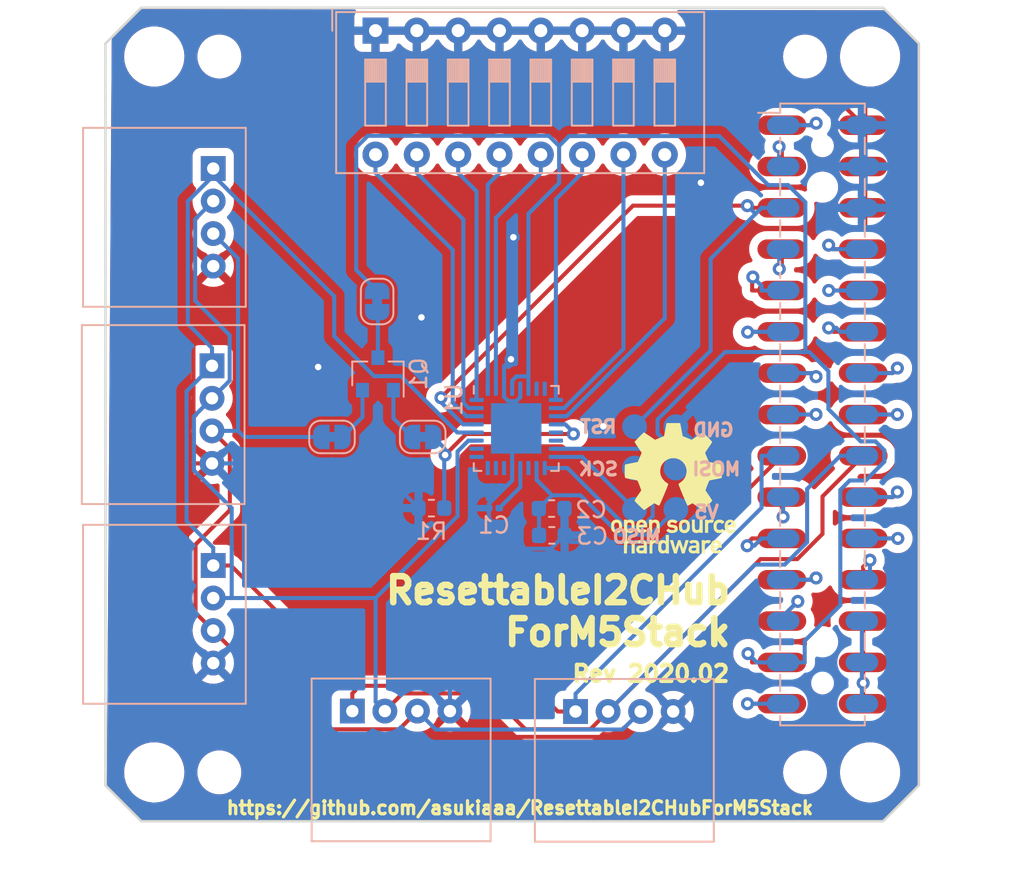
<source format=kicad_pcb>
(kicad_pcb (version 20221018) (generator pcbnew)
  (layers (0 "F.Cu" signal) (31 "B.Cu" signal) (34 "B.Paste" user) (35 "F.Paste" user) (36 "B.SilkS" user "B.Silkscreen") (37 "F.SilkS" user "F.Silkscreen") (38 "B.Mask" user) (39 "F.Mask" user) (44 "Edge.Cuts" user))
  (net 0 "")
  (net 1 "GND")
  (net 2 "+BATT")
  (net 3 "+5V")
  (net 4 "+3V3")
  (net 5 "Net-(C1-Pad2)")
  (net 6 "/CONTROLLED_V5")
  (net 7 "/21_SDA")
  (net 8 "/22_SCL")
  (net 9 "/MISO")
  (net 10 "/SCK")
  (net 11 "/MOSI")
  (net 12 "/RST")
  (net 13 "/HPWR")
  (net 14 "/15")
  (net 15 "/12")
  (net 16 "/2")
  (net 17 "/16")
  (net 18 "/3")
  (net 19 "/18")
  (net 20 "/19")
  (net 21 "/23")
  (net 22 "/34")
  (net 23 "/0")
  (net 24 "/13")
  (net 25 "/5")
  (net 26 "/17")
  (net 27 "/1")
  (net 28 "/26")
  (net 29 "/25")
  (net 30 "/36")
  (net 31 "/35")
  (net 32 "/P_MOSFET_GATE")
  (net 33 "Net-(JP1-Pad2)")
  (net 34 "Net-(JP2-Pad1)")
  (net 35 "Net-(JP3-Pad2)")
  (net 36 "/DIP8")
  (net 37 "/DIP7")
  (net 38 "/DIP6")
  (net 39 "/DIP5")
  (net 40 "/DIP4")
  (net 41 "/DIP3")
  (net 42 "/DIP2")
  (net 43 "/DIP1")
  (net 44 "Net-(U1-Pad26)")
  (net 45 "Net-(U1-Pad25)")
  (net 46 "Net-(U1-Pad24)")
  (net 47 "Net-(U1-Pad23)")
  (net 48 "Net-(U1-Pad22)")
  (net 49 "Net-(U1-Pad19)")
  (net 50 "Net-(U1-Pad14)")
  (net 51 "Net-(U1-Pad13)")
  (net 52 "Net-(U1-Pad8)")
  (net 53 "Net-(U1-Pad7)")
  (footprint "MountingHole:MountingHole_3.2mm_M3" (layer "F.Cu") (at 103 53)
    (fp_text reference "REF1" hide)
    (fp_text value "MountingHole_3.2mm_M3")
  )
  (footprint "MountingHole:MountingHole_3.2mm_M3" (layer "F.Cu") (at 103 97)
    (fp_text reference "REF6" hide)
    (fp_text value "MountingHole_3.2mm_M3")
  )
  (footprint "MountingHole:MountingHole_3.2mm_M3" (layer "F.Cu") (at 147 97)
    (fp_text reference "REF9" hide)
    (fp_text value "MountingHole_3.2mm_M3")
  )
  (footprint "MountingHole:MountingHole_2.2mm_M2" (layer "F.Cu") (at 107 53)
    (fp_text reference "REF2" hide)
    (fp_text value "MountingHole_2.2mm_M2")
  )
  (footprint "MountingHole:MountingHole_3.2mm_M3" (layer "F.Cu") (at 147 53)
    (fp_text reference "REF4" hide)
    (fp_text value "MountingHole_3.2mm_M3")
  )
  (footprint "MountingHole:MountingHole_2.2mm_M2" (layer "F.Cu") (at 143 53)
    (fp_text reference "REF3" hide)
    (fp_text value "MountingHole_2.2mm_M2")
  )
  (footprint "MountingHole:MountingHole_2.2mm_M2" (layer "F.Cu") (at 107 97)
    (fp_text reference "REF7" hide)
    (fp_text value "MountingHole_2.2mm_M2")
  )
  (footprint "MountingHole:MountingHole_2.2mm_M2" (layer "F.Cu") (at 143 97)
    (fp_text reference "REF8" hide)
    (fp_text value "MountingHole_2.2mm_M2")
  )
  (footprint "Symbol:OSHW-Logo_7.5x8mm_SilkScreen" (layer "F.Cu") (at 134.8988 79.5332)
    (fp_text reference "REF**" hide)
    (fp_text value "OSHW-Logo_7.5x8mm_SilkScreen" hide)
  )
  (footprint "footprints:PinHeader_2x15_P2.54mm_M5Stack" (layer "F.Cu") (at 144.074 75)
    (fp_text reference "J3" hide)
    (fp_text value "Header")
  )
  (footprint "footprints:PinSocket_2x15_P2.54mm_Vertical_SMD_just_for_M5Stack_bottom" (layer "B.Cu") (at 144.074 75 180)
    (fp_text reference "J4" hide)
    (fp_text value "Socket")
  )
  (footprint "Capacitor_SMD:C_0201_0603Metric" (layer "B.Cu") (at 123.886 80.7582)
    (fp_text reference "C1")
    (fp_text value "0.1uf")
  )
  (footprint "Capacitor_SMD:C_0603_1608Metric" (layer "B.Cu") (at 127.424 80.7832)
    (fp_text reference "C2")
    (fp_text value "0.1uf")
  )
  (footprint "Capacitor_SMD:C_0603_1608Metric" (layer "B.Cu") (at 127.436 82.4332)
    (fp_text reference "C3")
    (fp_text value "1uf")
  )
  (footprint "footprints:NS-Tech_Grove_1x04_P2mm_Horizontal" (layer "B.Cu") (at 106.624 62.8832 180)
    (fp_text reference "J1" hide)
    (fp_text value "Conn_01x04")
  )
  (footprint "footprints:2x03_P2.54mm_Pads" (layer "B.Cu") (at 133.794 78.2932)
    (fp_text reference "J2" hide)
    (fp_text value "Conn_01x06")
  )
  (footprint "Jumper:SolderJumper-2_P1.3mm_Bridged_RoundedPad1.0x1.5mm" (layer "B.Cu") (at 119.499 76.3832 180)
    (fp_text reference "JP1" hide)
    (fp_text value "NC")
  )
  (footprint "Jumper:SolderJumper-2_P1.3mm_Bridged_RoundedPad1.0x1.5mm" (layer "B.Cu") (at 116.699 68.0582 90)
    (fp_text reference "JP2" hide)
    (fp_text value "NC")
  )
  (footprint "Jumper:SolderJumper-2_P1.3mm_Bridged_RoundedPad1.0x1.5mm" (layer "B.Cu") (at 113.924 76.3832)
    (fp_text reference "JP3" hide)
    (fp_text value "NC")
  )
  (footprint "Resistor_SMD:R_0603_1608Metric" (layer "B.Cu") (at 120.036 80.7582)
    (fp_text reference "R1")
    (fp_text value "10k")
  )
  (footprint "Button_Switch_THT:SW_DIP_SPSTx08_Slide_9.78x22.5mm_W7.62mm_P2.54mm" (layer "B.Cu") (at 116.599 51.4082 -90)
    (fp_text reference "SW1" hide)
    (fp_text value "SW_DIP_x08")
  )
  (footprint "Package_DFN_QFN:QFN-32-1EP_5x5mm_P0.5mm_EP3.1x3.1mm" (layer "B.Cu") (at 125.249 75.8582 -90)
    (fp_text reference "U1")
    (fp_text value "ATmega328P-MU")
  )
  (footprint "footprints:NS-Tech_Grove_1x04_P2mm_Horizontal" (layer "B.Cu") (at 118.174 93.2332 -90)
    (fp_text reference "J5" hide)
    (fp_text value "Conn_01x04")
  )
  (footprint "footprints:NS-Tech_Grove_1x04_P2mm_Horizontal" (layer "B.Cu") (at 131.894 93.2582 -90)
    (fp_text reference "J6" hide)
    (fp_text value "Conn_01x04")
  )
  (footprint "footprints:NS-Tech_Grove_1x04_P2mm_Horizontal" (layer "B.Cu") (at 106.624 87.2832 180)
    (fp_text reference "J7" hide)
    (fp_text value "Conn_01x04")
  )
  (footprint "footprints:NS-Tech_Grove_1x04_P2mm_Horizontal" (layer "B.Cu") (at 106.549 75.0082 180)
    (fp_text reference "J8" hide)
    (fp_text value "Conn_01x04")
  )
  (footprint "Package_TO_SOT_SMD:SOT-23" (layer "B.Cu") (at 116.749 72.5082 90)
    (fp_text reference "Q1")
    (fp_text value "Q_PMOS_GSD")
  )
  (gr_line (start 150 52.2) (end 150 97.8) (stroke (width 0.15)) (layer "Edge.Cuts"))
  (gr_line (start 102.2 100) (end 100 97.8) (stroke (width 0.15)) (layer "Edge.Cuts"))
  (gr_line (start 102.2 50) (end 100 52.2) (stroke (width 0.15)) (layer "Edge.Cuts"))
  (gr_line (start 102.2 50) (end 147.8 50) (stroke (width 0.15)) (layer "Edge.Cuts"))
  (gr_line (start 100 97.8) (end 100 52.2) (stroke (width 0.15)) (layer "Edge.Cuts"))
  (gr_line (start 150 97.8) (end 147.8 100) (stroke (width 0.15)) (layer "Edge.Cuts"))
  (gr_line (start 147.8 100) (end 102.2 100) (stroke (width 0.15)) (layer "Edge.Cuts"))
  (gr_line (start 147.8 50) (end 150 52.2) (stroke (width 0.15)) (layer "Edge.Cuts"))
  (gr_text "MISO" (at 132.6488 82.5082) (layer "B.SilkS") (effects (font (size 0.8 0.8) (thickness 0.2)) (justify mirror)))
  (gr_text "GND" (at 137.3738 75.9582) (layer "B.SilkS") (effects (font (size 0.8 0.8) (thickness 0.2)) (justify mirror)))
  (gr_text "MOSI" (at 137.5488 78.3582) (layer "B.SilkS") (effects (font (size 0.8 0.8) (thickness 0.2)) (justify mirror)))
  (gr_text "V5" (at 136.9488 81.0082) (layer "B.SilkS") (effects (font (size 0.8 0.8) (thickness 0.2)) (justify mirror)))
  (gr_text "RST" (at 130.2988 75.7582) (layer "B.SilkS") (effects (font (size 0.8 0.8) (thickness 0.2)) (justify mirror)))
  (gr_text "SCK" (at 130.2988 78.3582) (layer "B.SilkS") (effects (font (size 0.8 0.8) (thickness 0.2)) (justify mirror)))
  (gr_text "ResettableI2CHub\nForM5Stack" (at 138.5988 87.1082) (layer "F.SilkS") (effects (font (size 1.6 1.6) (thickness 0.4)) (justify right)))
  (gr_text "https://github.com/asukiaaa/ResettableI2CHubForM5Stack" (at 125.4738 99.1832) (layer "F.SilkS") (effects (font (size 0.8 0.8) (thickness 0.2))))
  (gr_text "Rev 2020.02" (at 133.5238 90.9332) (layer "F.SilkS") (effects (font (size 1 1) (thickness 0.25))))
  (segment (start 146.574 57.22) (end 146.574 59.76) (width 0.25) (layer "F.Cu") (net 1))
  (segment (start 125.0738 64.1082) (end 128.4238 60.7582) (width 0.25) (layer "F.Cu") (net 1))
  (segment (start 116.3738 72.0832) (end 119.4238 69.0332) (width 0.25) (layer "F.Cu") (net 1))
  (segment (start 105.4091 67.0981) (end 106.624 65.8832) (width 0.25) (layer "F.Cu") (net 1))
  (segment (start 116.599 51.4082) (end 116.599 55.9082) (width 0.25) (layer "F.Cu") (net 1))
  (segment (start 106.549 78.0082) (end 105.4091 78.0082) (width 0.25) (layer "F.Cu") (net 1))
  (segment (start 111.1429 94.8021) (end 119.6051 94.8021) (width 0.25) (layer "F.Cu") (net 1))
  (segment (start 105.4091 78.0082) (end 105.0165 78.4008) (width 0.25) (layer "F.Cu") (net 1))
  (segment (start 118.9988 75.8582) (end 120.8988 75.8582) (width 0.25) (layer "F.Cu") (net 1))
  (segment (start 105.0165 78.4008) (end 105.0165 88.6757) (width 0.25) (layer "F.Cu") (net 1))
  (segment (start 112.824 72.0832) (end 113.0738 72.0832) (width 0.25) (layer "F.Cu") (net 1))
  (segment (start 129.299 51.4082) (end 131.839 51.4082) (width 0.25) (layer "F.Cu") (net 1))
  (segment (start 131.839 51.4082) (end 134.379 51.4082) (width 0.25) (layer "F.Cu") (net 1))
  (segment (start 106.624 65.8832) (end 112.824 72.0832) (width 0.25) (layer "F.Cu") (net 1))
  (segment (start 135.5043 51.4082) (end 139.7637 55.6676) (width 0.25) (layer "F.Cu") (net 1))
  (segment (start 115.623799 72.483199) (end 118.9988 75.8582) (width 0.25) (layer "F.Cu") (net 1))
  (segment (start 113.473799 72.483199) (end 115.623799 72.483199) (width 0.25) (layer "F.Cu") (net 1))
  (segment (start 139.7637 55.6676) (end 145.0216 55.6676) (width 0.25) (layer "F.Cu") (net 1))
  (segment (start 126.759 51.4082) (end 124.219 51.4082) (width 0.25) (layer "F.Cu") (net 1))
  (segment (start 116.599 51.4082) (end 119.139 51.4082) (width 0.25) (layer "F.Cu") (net 1))
  (segment (start 121.679 51.4082) (end 124.219 51.4082) (width 0.25) (layer "F.Cu") (net 1))
  (segment (start 129.299 51.4082) (end 126.759 51.4082) (width 0.25) (layer "F.Cu") (net 1))
  (segment (start 145.0216 55.6676) (end 146.574 57.22) (width 0.25) (layer "F.Cu") (net 1))
  (segment (start 116.599 55.9082) (end 106.624 65.8832) (width 0.25) (layer "F.Cu") (net 1))
  (segment (start 121.2805 75.4765) (end 125.249 75.4765) (width 0.25) (layer "F.Cu") (net 1))
  (segment (start 122.7598 94.819) (end 133.3332 94.819) (width 0.25) (layer "F.Cu") (net 1))
  (segment (start 126.4738 71.6082) (end 130.5988 75.7332) (width 0.25) (layer "F.Cu") (net 1))
  (segment (start 133.3332 94.819) (end 134.894 93.2582) (width 0.25) (layer "F.Cu") (net 1))
  (segment (start 113.0738 72.0832) (end 116.3738 72.0832) (width 0.25) (layer "F.Cu") (net 1))
  (segment (start 134.379 51.4082) (end 135.5043 51.4082) (width 0.25) (layer "F.Cu") (net 1))
  (segment (start 128.4238 60.7582) (end 136.5988 60.7582) (width 0.25) (layer "F.Cu") (net 1))
  (segment (start 119.139 51.4082) (end 121.679 51.4082) (width 0.25) (layer "F.Cu") (net 1))
  (segment (start 121.174 93.2332) (end 122.7598 94.819) (width 0.25) (layer "F.Cu") (net 1))
  (segment (start 146.574 59.76) (end 146.574 62.3) (width 0.25) (layer "F.Cu") (net 1))
  (segment (start 119.6051 94.8021) (end 121.174 93.2332) (width 0.25) (layer "F.Cu") (net 1))
  (segment (start 124.9238 71.6082) (end 126.4738 71.6082) (width 0.25) (layer "F.Cu") (net 1))
  (segment (start 105.4091 78.0082) (end 105.4091 67.0981) (width 0.25) (layer "F.Cu") (net 1))
  (segment (start 113.0738 72.0832) (end 113.473799 72.483199) (width 0.25) (layer "F.Cu") (net 1))
  (segment (start 120.8988 75.8582) (end 121.2805 75.4765) (width 0.25) (layer "F.Cu") (net 1))
  (segment (start 106.624 90.2832) (end 111.1429 94.8021) (width 0.25) (layer "F.Cu") (net 1))
  (segment (start 105.0165 88.6757) (end 106.624 90.2832) (width 0.25) (layer "F.Cu") (net 1))
  (via (at 130.5988 75.7332) (size 0.8) (drill 0.4) (layers "F.Cu" "B.Cu") (net 1))
  (via (at 124.9238 71.6082) (size 0.8) (drill 0.4) (layers "F.Cu" "B.Cu") (net 1))
  (via (at 125.0738 64.1082) (size 0.8) (drill 0.4) (layers "F.Cu" "B.Cu") (net 1))
  (via (at 113.0738 72.0832) (size 0.8) (drill 0.4) (layers "F.Cu" "B.Cu") (net 1))
  (via (at 119.4238 69.0332) (size 0.8) (drill 0.4) (layers "F.Cu" "B.Cu") (net 1))
  (via (at 136.5988 60.7582) (size 0.8) (drill 0.4) (layers "F.Cu" "B.Cu") (net 1))
  (segment (start 125.249 74.1838) (end 125.499 73.9338) (width 0.25) (layer "B.Cu") (net 1))
  (segment (start 124.9238 71.6082) (end 124.9238 64.2582) (width 0.25) (layer "B.Cu") (net 1))
  (segment (start 124.999 78.2957) (end 124.999 76.1082) (width 0.25) (layer "B.Cu") (net 1))
  (segment (start 123.566 80.4881) (end 124.999 79.0551) (width 0.25) (layer "B.Cu") (net 1))
  (segment (start 136.6237 77.3129) (end 135.064 75.7532) (width 0.25) (layer "B.Cu") (net 1))
  (segment (start 124.499 72.033) (end 124.9238 71.6082) (width 0.25) (layer "B.Cu") (net 1))
  (segment (start 106.549 78.0082) (end 116.4985 78.0082) (width 0.25) (layer "B.Cu") (net 1))
  (segment (start 145.1687 57.22) (end 139.3569 51.4082) (width 0.25) (layer "B.Cu") (net 1))
  (segment (start 128.2235 82.4332) (end 128.6327 82.8424) (width 0.25) (layer "B.Cu") (net 1))
  (segment (start 124.6275 83.2513) (end 123.566 82.1898) (width 0.25) (layer "B.Cu") (net 1))
  (segment (start 124.999 76.1082) (end 125.249 75.8582) (width 0.25) (layer "B.Cu") (net 1))
  (segment (start 124.499 73.9119) (end 124.7709 74.1838) (width 0.25) (layer "B.Cu") (net 1))
  (segment (start 125.499 73.9338) (end 125.499 73.4207) (width 0.25) (layer "B.Cu") (net 1))
  (segment (start 146.494 59.76) (end 146.494 57.22) (width 0.25) (layer "B.Cu") (net 1))
  (segment (start 123.566 80.7582) (end 123.566 80.4881) (width 0.25) (layer "B.Cu") (net 1))
  (segment (start 136.6237 80.8471) (end 136.6237 77.3129) (width 0.25) (layer "B.Cu") (net 1))
  (segment (start 146.494 59.76) (end 146.494 62.3) (width 0.25) (layer "B.Cu") (net 1))
  (segment (start 124.9238 64.2582) (end 125.0738 64.1082) (width 0.25) (layer "B.Cu") (net 1))
  (segment (start 128.2115 80.7832) (end 128.2115 82.4212) (width 0.25) (layer "B.Cu") (net 1))
  (segment (start 125.249 75.8582) (end 125.249 74.1838) (width 0.25) (layer "B.Cu") (net 1))
  (segment (start 128.2115 82.4212) (end 128.2235 82.4332) (width 0.25) (layer "B.Cu") (net 1))
  (segment (start 124.499 73.4207) (end 124.499 72.033) (width 0.25) (layer "B.Cu") (net 1))
  (segment (start 146.594 59.76) (end 146.494 59.76) (width 0.25) (layer "B.Cu") (net 1))
  (segment (start 121.174 93.2332) (end 121.174 86.7048) (width 0.25) (layer "B.Cu") (net 1))
  (segment (start 139.3569 51.4082) (end 134.379 51.4082) (width 0.25) (layer "B.Cu") (net 1))
  (segment (start 124.7709 74.1838) (end 125.249 74.1838) (width 0.25) (layer "B.Cu") (net 1))
  (segment (start 134.6284 82.8424) (end 136.6237 80.8471) (width 0.25) (layer "B.Cu") (net 1))
  (segment (start 124.999 79.0551) (end 124.999 78.2957) (width 0.25) (layer "B.Cu") (net 1))
  (segment (start 124.499 73.4207) (end 124.499 73.9119) (width 0.25) (layer "B.Cu") (net 1))
  (segment (start 123.566 82.1898) (end 123.566 80.7582) (width 0.25) (layer "B.Cu") (net 1))
  (segment (start 121.174 86.7048) (end 124.6275 83.2513) (width 0.25) (layer "B.Cu") (net 1))
  (segment (start 116.4985 78.0082) (end 119.2485 80.7582) (width 0.25) (layer "B.Cu") (net 1))
  (segment (start 146.494 57.22) (end 145.1687 57.22) (width 0.25) (layer "B.Cu") (net 1))
  (segment (start 128.2115 82.4212) (end 127.3814 83.2513) (width 0.25) (layer "B.Cu") (net 1))
  (segment (start 128.6327 82.8424) (end 134.6284 82.8424) (width 0.25) (layer "B.Cu") (net 1))
  (segment (start 127.3814 83.2513) (end 124.6275 83.2513) (width 0.25) (layer "B.Cu") (net 1))
  (segment (start 141.574 92.78) (end 139.7487 92.78) (width 0.25) (layer "F.Cu") (net 2))
  (segment (start 139.7487 92.78) (end 139.4635 92.78) (width 0.25) (layer "F.Cu") (net 2))
  (via (at 139.4635 92.78) (size 0.8) (drill 0.4) (layers "F.Cu" "B.Cu") (net 2))
  (segment (start 141.654 92.78) (end 139.4635 92.78) (width 0.25) (layer "B.Cu") (net 2))
  (segment (start 141.574 90.24) (end 139.7487 90.24) (width 0.25) (layer "F.Cu") (net 3))
  (segment (start 139.4935 89.7003) (end 139.7487 89.9555) (width 0.25) (layer "F.Cu") (net 3))
  (segment (start 139.7487 89.9555) (end 139.7487 90.24) (width 0.25) (layer "F.Cu") (net 3))
  (via (at 139.4935 89.7003) (size 0.8) (drill 0.4) (layers "F.Cu" "B.Cu") (net 3))
  (segment (start 141.654 90.24) (end 142.9793 90.24) (width 0.25) (layer "B.Cu") (net 3))
  (segment (start 134.7962 77.0232) (end 135.3516 77.0232) (width 0.25) (layer "B.Cu") (net 3))
  (segment (start 140.7402 60.9024) (end 137.7264 57.8886) (width 0.25) (layer "B.Cu") (net 3))
  (segment (start 125.2709 72.6576) (end 125.999 72.6576) (width 0.25) (layer "B.Cu") (net 3))
  (segment (start 126.499 79.0171) (end 126.499 78.2957) (width 0.25) (layer "B.Cu") (net 3))
  (segment (start 136.1734 77.845) (end 136.1734 79.7238) (width 0.25) (layer "B.Cu") (net 3))
  (segment (start 137.7264 57.8886) (end 128.4956 57.8886) (width 0.25) (layer "B.Cu") (net 3))
  (segment (start 146.4261 76.6564) (end 144.4353 74.6656) (width 0.25) (layer "B.Cu") (net 3))
  (segment (start 143.0192 71.1608) (end 138.0864 71.1608) (width 0.25) (layer "B.Cu") (net 3))
  (segment (start 145.7512 79.0571) (end 146.7221 79.0571) (width 0.25) (layer "B.Cu") (net 3))
  (segment (start 133.9347 76.1617) (end 134.7962 77.0232) (width 0.25) (layer "B.Cu") (net 3))
  (segment (start 141.654 90.24) (end 140.0332 90.24) (width 0.25) (layer "B.Cu") (net 3))
  (segment (start 129.2009 79.9689) (end 131.6241 82.3921) (width 0.25) (layer "B.Cu") (net 3))
  (segment (start 127.4508 79.9689) (end 126.6365 80.7832) (width 0.25) (layer "B.Cu") (net 3))
  (segment (start 115.4124 58.5853) (end 116.1263 57.8714) (width 0.25) (layer "B.Cu") (net 3))
  (segment (start 145.1687 86.7253) (end 145.1687 79.6396) (width 0.25) (layer "B.Cu") (net 3))
  (segment (start 127.8844 58.4998) (end 127.8844 60.7754) (width 0.25) (layer "B.Cu") (net 3))
  (segment (start 133.9347 75.3125) (end 133.9347 76.1617) (width 0.25) (layer "B.Cu") (net 3))
  (segment (start 127.4508 79.9689) (end 129.2009 79.9689) (width 0.25) (layer "B.Cu") (net 3))
  (segment (start 144.4353 72.3331) (end 143.263 71.1608) (width 0.25) (layer "B.Cu") (net 3))
  (segment (start 127.4508 79.9689) (end 126.499 79.0171) (width 0.25) (layer "B.Cu") (net 3))
  (segment (start 141.9628 60.9024) (end 140.7402 60.9024) (width 0.25) (layer "B.Cu") (net 3))
  (segment (start 115.4124 66.1216) (end 115.4124 58.5853) (width 0.25) (layer "B.Cu") (net 3))
  (segment (start 143.0192 71.1608) (end 143.0192 61.9588) (width 0.25) (layer "B.Cu") (net 3))
  (segment (start 126.6485 82.4332) (end 126.6485 80.7952) (width 0.25) (layer "B.Cu") (net 3))
  (segment (start 143.263 71.1608) (end 143.0192 71.1608) (width 0.25) (layer "B.Cu") (net 3))
  (segment (start 131.6241 82.3921) (end 133.5051 82.3921) (width 0.25) (layer "B.Cu") (net 3))
  (segment (start 146.7221 79.0571) (end 147.8734 77.9058) (width 0.25) (layer "B.Cu") (net 3))
  (segment (start 116.1263 57.8714) (end 127.256 57.8714) (width 0.25) (layer "B.Cu") (net 3))
  (segment (start 127.8844 60.7754) (end 125.999 62.6608) (width 0.25) (layer "B.Cu") (net 3))
  (segment (start 147.8734 77.9058) (end 147.8734 77.1987) (width 0.25) (layer "B.Cu") (net 3))
  (segment (start 126.6485 80.7952) (end 126.6365 80.7832) (width 0.25) (layer "B.Cu") (net 3))
  (segment (start 140.0332 90.24) (end 139.4935 89.7003) (width 0.25) (layer "B.Cu") (net 3))
  (segment (start 142.9793 90.24) (end 142.9793 88.9147) (width 0.25) (layer "B.Cu") (net 3))
  (segment (start 145.1687 79.6396) (end 145.7512 79.0571) (width 0.25) (layer "B.Cu") (net 3))
  (segment (start 136.1734 79.7238) (end 135.064 80.8332) (width 0.25) (layer "B.Cu") (net 3))
  (segment (start 116.699 67.4082) (end 115.4124 66.1216) (width 0.25) (layer "B.Cu") (net 3))
  (segment (start 124.999 72.9295) (end 125.2709 72.6576) (width 0.25) (layer "B.Cu") (net 3))
  (segment (start 147.3311 76.6564) (end 146.4261 76.6564) (width 0.25) (layer "B.Cu") (net 3))
  (segment (start 143.0192 61.9588) (end 141.9628 60.9024) (width 0.25) (layer "B.Cu") (net 3))
  (segment (start 147.8734 77.1987) (end 147.3311 76.6564) (width 0.25) (layer "B.Cu") (net 3))
  (segment (start 127.256 57.8714) (end 127.8844 58.4998) (width 0.25) (layer "B.Cu") (net 3))
  (segment (start 133.5051 82.3921) (end 135.064 80.8332) (width 0.25) (layer "B.Cu") (net 3))
  (segment (start 135.3516 77.0232) (end 136.1734 77.845) (width 0.25) (layer "B.Cu") (net 3))
  (segment (start 144.4353 74.6656) (end 144.4353 72.3331) (width 0.25) (layer "B.Cu") (net 3))
  (segment (start 142.9793 88.9147) (end 145.1687 86.7253) (width 0.25) (layer "B.Cu") (net 3))
  (segment (start 124.999 73.4207) (end 124.999 72.9295) (width 0.25) (layer "B.Cu") (net 3))
  (segment (start 125.999 62.6608) (end 125.999 72.6576) (width 0.25) (layer "B.Cu") (net 3))
  (segment (start 125.999 72.6576) (end 125.999 73.4207) (width 0.25) (layer "B.Cu") (net 3))
  (segment (start 128.4956 57.8886) (end 127.8844 58.4998) (width 0.25) (layer "B.Cu") (net 3))
  (segment (start 138.0864 71.1608) (end 133.9347 75.3125) (width 0.25) (layer "B.Cu") (net 3))
  (segment (start 139.7487 69.92) (end 139.7255 69.9432) (width 0.25) (layer "F.Cu") (net 4))
  (segment (start 141.574 69.92) (end 139.7487 69.92) (width 0.25) (layer "F.Cu") (net 4))
  (segment (start 139.7255 69.9432) (end 139.4733 69.9432) (width 0.25) (layer "F.Cu") (net 4))
  (via (at 139.4733 69.9432) (size 0.8) (drill 0.4) (layers "F.Cu" "B.Cu") (net 4))
  (segment (start 141.654 69.92) (end 139.4965 69.92) (width 0.25) (layer "B.Cu") (net 4))
  (segment (start 139.4965 69.92) (end 139.4733 69.9432) (width 0.25) (layer "B.Cu") (net 4))
  (segment (start 125.499 78.2957) (end 125.499 79.4652) (width 0.25) (layer "B.Cu") (net 5))
  (segment (start 125.499 79.4652) (end 124.206 80.7582) (width 0.25) (layer "B.Cu") (net 5))
  (segment (start 105.5366 82.9931) (end 107.6461 80.8836) (width 0.25) (layer "F.Cu") (net 6))
  (segment (start 119.174 93.2332) (end 118.0555 94.3517) (width 0.25) (layer "F.Cu") (net 6))
  (segment (start 105.5366 87.1958) (end 105.5366 82.9931) (width 0.25) (layer "F.Cu") (net 6))
  (segment (start 106.624 88.2832) (end 105.5366 87.1958) (width 0.25) (layer "F.Cu") (net 6))
  (segment (start 107.6461 80.8836) (end 107.6461 77.1053) (width 0.25) (layer "F.Cu") (net 6))
  (segment (start 107.6461 77.1053) (end 106.549 76.0082) (width 0.25) (layer "F.Cu") (net 6))
  (segment (start 112.6925 94.3517) (end 106.624 88.2832) (width 0.25) (layer "F.Cu") (net 6))
  (segment (start 118.0555 94.3517) (end 112.6925 94.3517) (width 0.25) (layer "F.Cu") (net 6))
  (segment (start 113.274 76.3832) (end 108.5239 76.3832) (width 0.25) (layer "B.Cu") (net 6))
  (segment (start 108.1489 76.0082) (end 106.549 76.0082) (width 0.25) (layer "B.Cu") (net 6))
  (segment (start 131.7863 94.3659) (end 132.894 93.2582) (width 0.25) (layer "B.Cu") (net 6))
  (segment (start 106.624 63.8832) (end 108.1489 65.4081) (width 0.25) (layer "B.Cu") (net 6))
  (segment (start 108.5239 76.3832) (end 108.1489 76.0082) (width 0.25) (layer "B.Cu") (net 6))
  (segment (start 120.3067 94.3659) (end 131.7863 94.3659) (width 0.25) (layer "B.Cu") (net 6))
  (segment (start 119.174 93.2332) (end 120.3067 94.3659) (width 0.25) (layer "B.Cu") (net 6))
  (segment (start 108.1489 65.4081) (end 108.1489 76.0082) (width 0.25) (layer "B.Cu") (net 6))
  (segment (start 140.2622 83.89) (end 142.5253 83.89) (width 0.25) (layer "F.Cu") (net 7))
  (segment (start 142.5253 83.89) (end 144.074 82.3413) (width 0.25) (layer "F.Cu") (net 7))
  (segment (start 144.074 80.04) (end 146.574 77.54) (width 0.25) (layer "F.Cu") (net 7))
  (segment (start 123.6094 92.1458) (end 125.8092 94.3456) (width 0.25) (layer "F.Cu") (net 7))
  (segment (start 125.8092 94.3456) (end 129.8066 94.3456) (width 0.25) (layer "F.Cu") (net 7))
  (segment (start 130.894 93.2582) (end 140.2622 83.89) (width 0.25) (layer "F.Cu") (net 7))
  (segment (start 118.2614 92.1458) (end 123.6094 92.1458) (width 0.25) (layer "F.Cu") (net 7))
  (segment (start 144.074 82.3413) (end 144.074 80.04) (width 0.25) (layer "F.Cu") (net 7))
  (segment (start 117.174 93.2332) (end 118.2614 92.1458) (width 0.25) (layer "F.Cu") (net 7))
  (segment (start 129.8066 94.3456) (end 130.894 93.2582) (width 0.25) (layer "F.Cu") (net 7))
  (segment (start 122.3107 76.6082) (end 122.8115 76.6082) (width 0.25) (layer "B.Cu") (net 7))
  (segment (start 139.9227 84.2295) (end 130.894 93.2582) (width 0.25) (layer "B.Cu") (net 7))
  (segment (start 117.174 93.2332) (end 116.6062 92.6654) (width 0.25) (layer "B.Cu") (net 7))
  (segment (start 116.6062 86.2832) (end 107.7602 86.2832) (width 0.25) (layer "B.Cu") (net 7))
  (segment (start 107.7602 86.2832) (end 107.7602 80.7572) (width 0.25) (layer "B.Cu") (net 7))
  (segment (start 116.6062 92.6654) (end 116.6062 86.2832) (width 0.25) (layer "B.Cu") (net 7))
  (segment (start 116.6062 86.2832) (end 121.6405 81.2489) (width 0.25) (layer "B.Cu") (net 7))
  (segment (start 105.4376 75.1196) (end 106.549 74.0082) (width 0.25) (layer "B.Cu") (net 7))
  (segment (start 141.7522 84.2295) (end 139.9227 84.2295) (width 0.25) (layer "B.Cu") (net 7))
  (segment (start 121.6405 77.2784) (end 122.3107 76.6082) (width 0.25) (layer "B.Cu") (net 7))
  (segment (start 105.5123 68.0036) (end 107.6364 70.1277) (width 0.25) (layer "B.Cu") (net 7))
  (segment (start 105.5123 62.9949) (end 105.5123 68.0036) (width 0.25) (layer "B.Cu") (net 7))
  (segment (start 146.494 77.54) (end 145.1687 77.54) (width 0.25) (layer "B.Cu") (net 7))
  (segment (start 107.6364 70.1277) (end 107.6364 72.9208) (width 0.25) (layer "B.Cu") (net 7))
  (segment (start 107.7602 86.2832) (end 106.624 86.2832) (width 0.25) (layer "B.Cu") (net 7))
  (segment (start 106.624 61.8832) (end 105.5123 62.9949) (width 0.25) (layer "B.Cu") (net 7))
  (segment (start 143.1285 79.5802) (end 143.1285 82.8532) (width 0.25) (layer "B.Cu") (net 7))
  (segment (start 145.1687 77.54) (end 143.1285 79.5802) (width 0.25) (layer "B.Cu") (net 7))
  (segment (start 105.4376 78.4346) (end 105.4376 75.1196) (width 0.25) (layer "B.Cu") (net 7))
  (segment (start 107.6364 72.9208) (end 106.549 74.0082) (width 0.25) (layer "B.Cu") (net 7))
  (segment (start 107.7602 80.7572) (end 105.4376 78.4346) (width 0.25) (layer "B.Cu") (net 7))
  (segment (start 143.1285 82.8532) (end 141.7522 84.2295) (width 0.25) (layer "B.Cu") (net 7))
  (segment (start 121.6405 81.2489) (end 121.6405 77.2784) (width 0.25) (layer "B.Cu") (net 7))
  (segment (start 127.4349 91.6791) (end 127.4349 92.8864) (width 0.25) (layer "F.Cu") (net 8))
  (segment (start 115.3488 91.9711) (end 115.174 92.1459) (width 0.25) (layer "F.Cu") (net 8))
  (segment (start 115.5904 91.6791) (end 115.3488 91.9207) (width 0.25) (layer "F.Cu") (net 8))
  (segment (start 127.4349 91.6791) (end 115.5904 91.6791) (width 0.25) (layer "F.Cu") (net 8))
  (segment (start 115.3488 91.9207) (end 115.3488 91.9711) (width 0.25) (layer "F.Cu") (net 8))
  (segment (start 115.174 93.2332) (end 115.174 92.1459) (width 0.25) (layer "F.Cu") (net 8))
  (segment (start 107.7113 84.2832) (end 115.3488 91.9207) (width 0.25) (layer "F.Cu") (net 8))
  (segment (start 127.4349 92.8864) (end 127.8067 93.2582) (width 0.25) (layer "F.Cu") (net 8))
  (segment (start 128.894 93.2582) (end 127.8067 93.2582) (width 0.25) (layer "F.Cu") (net 8))
  (segment (start 106.624 84.2832) (end 107.7113 84.2832) (width 0.25) (layer "F.Cu") (net 8))
  (segment (start 141.574 77.54) (end 127.4349 91.6791) (width 0.25) (layer "F.Cu") (net 8))
  (segment (start 128.894 92.1709) (end 140.3287 80.7362) (width 0.25) (layer "B.Cu") (net 8))
  (segment (start 104.9872 81.5591) (end 104.9872 73.57) (width 0.25) (layer "B.Cu") (net 8))
  (segment (start 114.0617 67.7373) (end 114.0617 70.192) (width 0.25) (layer "B.Cu") (net 8))
  (segment (start 121.6287 76.1082) (end 122.8115 76.1082) (width 0.25) (layer "B.Cu") (net 8))
  (segment (start 106.6411 60.3167) (end 105.0619 61.8959) (width 0.25) (layer "B.Cu") (net 8))
  (segment (start 104.9872 73.57) (end 106.549 72.0082) (width 0.25) (layer "B.Cu") (net 8))
  (segment (start 105.0619 69.4338) (end 106.549 70.9209) (width 0.25) (layer "B.Cu") (net 8))
  (segment (start 106.624 84.2832) (end 106.624 83.1959) (width 0.25) (layer "B.Cu") (net 8))
  (segment (start 106.624 60.2996) (end 106.6411 60.3167) (width 0.25) (layer "B.Cu") (net 8))
  (segment (start 140.3287 80.7362) (end 140.3287 77.54) (width 0.25) (layer "B.Cu") (net 8))
  (segment (start 116.5161 72.6464) (end 118.1669 72.6464) (width 0.25) (layer "B.Cu") (net 8))
  (segment (start 106.549 72.0082) (end 106.549 70.9209) (width 0.25) (layer "B.Cu") (net 8))
  (segment (start 106.624 59.8832) (end 106.624 60.2996) (width 0.25) (layer "B.Cu") (net 8))
  (segment (start 118.1669 72.6464) (end 121.6287 76.1082) (width 0.25) (layer "B.Cu") (net 8))
  (segment (start 141.654 77.54) (end 140.3287 77.54) (width 0.25) (layer "B.Cu") (net 8))
  (segment (start 106.6411 60.3167) (end 114.0617 67.7373) (width 0.25) (layer "B.Cu") (net 8))
  (segment (start 114.0617 70.192) (end 116.5161 72.6464) (width 0.25) (layer "B.Cu") (net 8))
  (segment (start 106.624 83.1959) (end 104.9872 81.5591) (width 0.25) (layer "B.Cu") (net 8))
  (segment (start 128.894 93.2582) (end 128.894 92.1709) (width 0.25) (layer "B.Cu") (net 8))
  (segment (start 105.0619 61.8959) (end 105.0619 69.4338) (width 0.25) (layer "B.Cu") (net 8))
  (segment (start 132.524 80.8332) (end 129.299 77.6082) (width 0.25) (layer "B.Cu") (net 9))
  (segment (start 129.299 77.6082) (end 127.6865 77.6082) (width 0.25) (layer "B.Cu") (net 9))
  (segment (start 133.6396 79.4088) (end 133.6396 81.2591) (width 0.25) (layer "B.Cu") (net 10))
  (segment (start 132.0418 81.9418) (end 128.3957 78.2957) (width 0.25) (layer "B.Cu") (net 10))
  (segment (start 133.6396 81.2591) (end 132.9569 81.9418) (width 0.25) (layer "B.Cu") (net 10))
  (segment (start 128.3957 78.2957) (end 126.999 78.2957) (width 0.25) (layer "B.Cu") (net 10))
  (segment (start 132.524 78.2932) (end 133.6396 79.4088) (width 0.25) (layer "B.Cu") (net 10))
  (segment (start 132.9569 81.9418) (end 132.0418 81.9418) (width 0.25) (layer "B.Cu") (net 10))
  (segment (start 135.064 78.2932) (end 133.879 77.1082) (width 0.25) (layer "B.Cu") (net 11))
  (segment (start 133.879 77.1082) (end 127.6865 77.1082) (width 0.25) (layer "B.Cu") (net 11))
  (segment (start 139.7487 62.3) (end 139.6142 62.1655) (width 0.25) (layer "F.Cu") (net 12))
  (segment (start 141.574 62.3) (end 139.7487 62.3) (width 0.25) (layer "F.Cu") (net 12))
  (segment (start 139.4546 62.1655) (end 132.425 62.1655) (width 0.25) (layer "F.Cu") (net 12))
  (segment (start 139.6142 62.1655) (end 139.4546 62.1655) (width 0.25) (layer "F.Cu") (net 12))
  (segment (start 132.425 62.1655) (end 120.6202 73.9703) (width 0.25) (layer "F.Cu") (net 12))
  (via (at 139.4546 62.1655) (size 0.8) (drill 0.4) (layers "F.Cu" "B.Cu") (net 12))
  (via (at 120.6202 73.9703) (size 0.8) (drill 0.4) (layers "F.Cu" "B.Cu") (net 12))
  (segment (start 139.9589 62.6698) (end 139.4546 62.1655) (width 0.25) (layer "B.Cu") (net 12))
  (segment (start 137.1976 65.4311) (end 137.1976 71.0796) (width 0.25) (layer "B.Cu") (net 12))
  (segment (start 139.9589 62.6698) (end 137.1976 65.4311) (width 0.25) (layer "B.Cu") (net 12))
  (segment (start 120.6202 73.9703) (end 120.6202 74.2459) (width 0.25) (layer "B.Cu") (net 12))
  (segment (start 141.654 62.3) (end 140.3287 62.3) (width 0.25) (layer "B.Cu") (net 12))
  (segment (start 121.9825 75.6082) (end 122.8115 75.6082) (width 0.25) (layer "B.Cu") (net 12))
  (segment (start 137.1976 71.0796) (end 132.524 75.7532) (width 0.25) (layer "B.Cu") (net 12))
  (segment (start 120.6202 74.2459) (end 121.9825 75.6082) (width 0.25) (layer "B.Cu") (net 12))
  (segment (start 140.3287 62.3) (end 139.9589 62.6698) (width 0.25) (layer "B.Cu") (net 12))
  (segment (start 146.574 87.7) (end 146.574 90.24) (width 0.25) (layer "F.Cu") (net 13))
  (segment (start 146.574 91.51) (end 146.574 92.78) (width 0.25) (layer "F.Cu") (net 13))
  (segment (start 146.574 90.24) (end 146.574 91.51) (width 0.25) (layer "F.Cu") (net 13))
  (via (at 146.574 91.51) (size 0.8) (drill 0.4) (layers "F.Cu" "B.Cu") (net 13))
  (segment (start 146.494 91.51) (end 146.494 92.78) (width 0.25) (layer "B.Cu") (net 13))
  (segment (start 146.494 87.7) (end 146.494 90.24) (width 0.25) (layer "B.Cu") (net 13))
  (segment (start 146.494 91.51) (end 146.574 91.51) (width 0.25) (layer "B.Cu") (net 13))
  (segment (start 146.494 90.24) (end 146.494 91.51) (width 0.25) (layer "B.Cu") (net 13))
  (segment (start 146.574 84.3734) (end 146.9903 83.9571) (width 0.25) (layer "F.Cu") (net 14))
  (segment (start 146.574 85.16) (end 146.574 84.3734) (width 0.25) (layer "F.Cu") (net 14))
  (via (at 146.9903 83.9571) (size 0.8) (drill 0.4) (layers "F.Cu" "B.Cu") (net 14))
  (segment (start 146.494 85.16) (end 146.9903 84.6637) (width 0.25) (layer "B.Cu") (net 14))
  (segment (start 146.9903 84.6637) (end 146.9903 83.9571) (width 0.25) (layer "B.Cu") (net 14))
  (segment (start 146.574 82.62) (end 148.3993 82.62) (width 0.25) (layer "F.Cu") (net 15))
  (segment (start 148.3993 82.62) (end 148.7037 82.62) (width 0.25) (layer "F.Cu") (net 15))
  (via (at 148.7037 82.62) (size 0.8) (drill 0.4) (layers "F.Cu" "B.Cu") (net 15))
  (segment (start 146.494 82.62) (end 148.7037 82.62) (width 0.25) (layer "B.Cu") (net 15))
  (segment (start 146.574 80.08) (end 148.3993 80.08) (width 0.25) (layer "F.Cu") (net 16))
  (segment (start 148.3993 80.0441) (end 148.3993 80.08) (width 0.25) (layer "F.Cu") (net 16))
  (segment (start 148.6761 79.7673) (end 148.3993 80.0441) (width 0.25) (layer "F.Cu") (net 16))
  (via (at 148.6761 79.7673) (size 0.8) (drill 0.4) (layers "F.Cu" "B.Cu") (net 16))
  (segment (start 148.3634 80.08) (end 148.6761 79.7673) (width 0.25) (layer "B.Cu") (net 16))
  (segment (start 146.494 80.08) (end 148.3634 80.08) (width 0.25) (layer "B.Cu") (net 16))
  (segment (start 146.574 75.01) (end 148.3993 75.01) (width 0.25) (layer "F.Cu") (net 17))
  (segment (start 148.6744 74.9996) (end 148.4097 74.9996) (width 0.25) (layer "F.Cu") (net 17))
  (segment (start 148.4097 74.9996) (end 148.3993 75.01) (width 0.25) (layer "F.Cu") (net 17))
  (via (at 148.6744 74.9996) (size 0.8) (drill 0.4) (layers "F.Cu" "B.Cu") (net 17))
  (segment (start 148.674 75) (end 148.6744 74.9996) (width 0.25) (layer "B.Cu") (net 17))
  (segment (start 146.494 75) (end 148.674 75) (width 0.25) (layer "B.Cu") (net 17))
  (segment (start 146.574 72.45) (end 148.3993 72.45) (width 0.25) (layer "F.Cu") (net 18))
  (segment (start 148.6761 72.1503) (end 148.3993 72.4271) (width 0.25) (layer "F.Cu") (net 18))
  (segment (start 148.3993 72.4271) (end 148.3993 72.45) (width 0.25) (layer "F.Cu") (net 18))
  (via (at 148.6761 72.1503) (size 0.8) (drill 0.4) (layers "F.Cu" "B.Cu") (net 18))
  (segment (start 148.3664 72.46) (end 148.6761 72.1503) (width 0.25) (layer "B.Cu") (net 18))
  (segment (start 146.494 72.46) (end 148.3664 72.46) (width 0.25) (layer "B.Cu") (net 18))
  (segment (start 146.574 69.92) (end 144.7487 69.92) (width 0.25) (layer "F.Cu") (net 19))
  (segment (start 144.4522 69.6775) (end 144.5062 69.6775) (width 0.25) (layer "F.Cu") (net 19))
  (segment (start 144.5062 69.6775) (end 144.7487 69.92) (width 0.25) (layer "F.Cu") (net 19))
  (via (at 144.4522 69.6775) (size 0.8) (drill 0.4) (layers "F.Cu" "B.Cu") (net 19))
  (segment (start 146.494 69.92) (end 145.1687 69.92) (width 0.25) (layer "B.Cu") (net 19))
  (segment (start 144.9262 69.6775) (end 144.4522 69.6775) (width 0.25) (layer "B.Cu") (net 19))
  (segment (start 145.1687 69.92) (end 144.9262 69.6775) (width 0.25) (layer "B.Cu") (net 19))
  (segment (start 146.574 67.38) (end 144.7487 67.38) (width 0.25) (layer "F.Cu") (net 20))
  (segment (start 144.7487 67.38) (end 144.4571 67.38) (width 0.25) (layer "F.Cu") (net 20))
  (via (at 144.4571 67.38) (size 0.8) (drill 0.4) (layers "F.Cu" "B.Cu") (net 20))
  (segment (start 146.494 67.38) (end 144.4571 67.38) (width 0.25) (layer "B.Cu") (net 20))
  (segment (start 146.574 64.84) (end 144.7487 64.84) (width 0.25) (layer "F.Cu") (net 21))
  (segment (start 144.5049 64.5962) (end 144.7487 64.84) (width 0.25) (layer "F.Cu") (net 21))
  (segment (start 144.4523 64.5962) (end 144.5049 64.5962) (width 0.25) (layer "F.Cu") (net 21))
  (via (at 144.4523 64.5962) (size 0.8) (drill 0.4) (layers "F.Cu" "B.Cu") (net 21))
  (segment (start 144.6961 64.84) (end 144.4523 64.5962) (width 0.25) (layer "B.Cu") (net 21))
  (segment (start 146.494 64.84) (end 144.6961 64.84) (width 0.25) (layer "B.Cu") (net 21))
  (segment (start 141.574 87.472) (end 141.574 87.7) (width 0.25) (layer "F.Cu") (net 22))
  (segment (start 142.5559 86.4901) (end 141.574 87.472) (width 0.25) (layer "F.Cu") (net 22))
  (via (at 142.5559 86.4901) (size 0.8) (drill 0.4) (layers "F.Cu" "B.Cu") (net 22))
  (segment (start 141.654 87.392) (end 142.5559 86.4901) (width 0.25) (layer "B.Cu") (net 22))
  (segment (start 141.654 87.7) (end 141.654 87.392) (width 0.25) (layer "B.Cu") (net 22))
  (segment (start 143.5091 85.0502) (end 143.6772 85.0502) (width 0.25) (layer "F.Cu") (net 23))
  (segment (start 143.3993 85.16) (end 143.5091 85.0502) (width 0.25) (layer "F.Cu") (net 23))
  (segment (start 141.574 85.16) (end 143.3993 85.16) (width 0.25) (layer "F.Cu") (net 23))
  (via (at 143.6772 85.0502) (size 0.8) (drill 0.4) (layers "F.Cu" "B.Cu") (net 23))
  (segment (start 143.5674 85.16) (end 143.6772 85.0502) (width 0.25) (layer "B.Cu") (net 23))
  (segment (start 141.654 85.16) (end 143.5674 85.16) (width 0.25) (layer "B.Cu") (net 23))
  (segment (start 141.574 82.62) (end 139.7487 82.62) (width 0.25) (layer "F.Cu") (net 24))
  (segment (start 139.4455 82.9232) (end 139.4455 83.0682) (width 0.25) (layer "F.Cu") (net 24))
  (segment (start 139.7487 82.62) (end 139.4455 82.9232) (width 0.25) (layer "F.Cu") (net 24))
  (via (at 139.4455 83.0682) (size 0.8) (drill 0.4) (layers "F.Cu" "B.Cu") (net 24))
  (segment (start 141.654 82.62) (end 140.3287 82.62) (width 0.25) (layer "B.Cu") (net 24))
  (segment (start 140.3287 82.62) (end 139.8805 83.0682) (width 0.25) (layer "B.Cu") (net 24))
  (segment (start 139.8805 83.0682) (end 139.4455 83.0682) (width 0.25) (layer "B.Cu") (net 24))
  (segment (start 141.574 80.08) (end 141.574 81.2163) (width 0.25) (layer "F.Cu") (net 25))
  (segment (start 141.574 81.2163) (end 141.654 81.2963) (width 0.25) (layer "F.Cu") (net 25))
  (via (at 141.654 81.2963) (size 0.8) (drill 0.4) (layers "F.Cu" "B.Cu") (net 25))
  (segment (start 141.654 80.08) (end 141.654 81.2963) (width 0.25) (layer "B.Cu") (net 25))
  (segment (start 143.6744 74.9996) (end 143.4097 74.9996) (width 0.25) (layer "F.Cu") (net 26))
  (segment (start 141.574 75.01) (end 143.3993 75.01) (width 0.25) (layer "F.Cu") (net 26))
  (segment (start 143.4097 74.9996) (end 143.3993 75.01) (width 0.25) (layer "F.Cu") (net 26))
  (via (at 143.6744 74.9996) (size 0.8) (drill 0.4) (layers "F.Cu" "B.Cu") (net 26))
  (segment (start 141.654 75) (end 143.674 75) (width 0.25) (layer "B.Cu") (net 26))
  (segment (start 143.674 75) (end 143.6744 74.9996) (width 0.25) (layer "B.Cu") (net 26))
  (segment (start 143.6143 72.675) (end 143.3993 72.46) (width 0.25) (layer "F.Cu") (net 27))
  (segment (start 141.574 72.46) (end 143.3993 72.46) (width 0.25) (layer "F.Cu") (net 27))
  (segment (start 143.6755 72.675) (end 143.6143 72.675) (width 0.25) (layer "F.Cu") (net 27))
  (via (at 143.6755 72.675) (size 0.8) (drill 0.4) (layers "F.Cu" "B.Cu") (net 27))
  (segment (start 141.654 72.46) (end 143.4605 72.46) (width 0.25) (layer "B.Cu") (net 27))
  (segment (start 143.4605 72.46) (end 143.6755 72.675) (width 0.25) (layer "B.Cu") (net 27))
  (segment (start 139.7487 67.38) (end 139.7487 66.5964) (width 0.25) (layer "F.Cu") (net 28))
  (segment (start 141.574 67.38) (end 139.7487 67.38) (width 0.25) (layer "F.Cu") (net 28))
  (segment (start 139.7487 66.5964) (end 139.7911 66.554) (width 0.25) (layer "F.Cu") (net 28))
  (via (at 139.7911 66.554) (size 0.8) (drill 0.4) (layers "F.Cu" "B.Cu") (net 28))
  (segment (start 141.654 67.38) (end 140.3287 67.38) (width 0.25) (layer "B.Cu") (net 28))
  (segment (start 140.3287 67.0916) (end 139.7911 66.554) (width 0.25) (layer "B.Cu") (net 28))
  (segment (start 140.3287 67.38) (end 140.3287 67.0916) (width 0.25) (layer "B.Cu") (net 28))
  (segment (start 141.574 64.84) (end 141.574 65.8957) (width 0.25) (layer "F.Cu") (net 29))
  (segment (start 141.574 65.8957) (end 141.4157 66.054) (width 0.25) (layer "F.Cu") (net 29))
  (via (at 141.4157 66.054) (size 0.8) (drill 0.4) (layers "F.Cu" "B.Cu") (net 29))
  (segment (start 141.4157 65.0783) (end 141.4157 66.054) (width 0.25) (layer "B.Cu") (net 29))
  (segment (start 141.654 64.84) (end 141.4157 65.0783) (width 0.25) (layer "B.Cu") (net 29))
  (segment (start 141.574 58.716) (end 141.407 58.549) (width 0.25) (layer "F.Cu") (net 30))
  (segment (start 141.574 59.76) (end 141.574 58.716) (width 0.25) (layer "F.Cu") (net 30))
  (via (at 141.407 58.549) (size 0.8) (drill 0.4) (layers "F.Cu" "B.Cu") (net 30))
  (segment (start 141.407 59.513) (end 141.407 58.549) (width 0.25) (layer "B.Cu") (net 30))
  (segment (start 141.654 59.76) (end 141.407 59.513) (width 0.25) (layer "B.Cu") (net 30))
  (segment (start 143.5224 57.0969) (end 143.6846 57.0969) (width 0.25) (layer "F.Cu") (net 31))
  (segment (start 141.574 57.22) (end 143.3993 57.22) (width 0.25) (layer "F.Cu") (net 31))
  (segment (start 143.3993 57.22) (end 143.5224 57.0969) (width 0.25) (layer "F.Cu") (net 31))
  (via (at 143.6846 57.0969) (size 0.8) (drill 0.4) (layers "F.Cu" "B.Cu") (net 31))
  (segment (start 143.5615 57.22) (end 143.6846 57.0969) (width 0.25) (layer "B.Cu") (net 31))
  (segment (start 141.654 57.22) (end 143.5615 57.22) (width 0.25) (layer "B.Cu") (net 31))
  (segment (start 128.7628 76.2015) (end 122.1677 76.2015) (width 0.25) (layer "F.Cu") (net 32))
  (segment (start 122.1677 76.2015) (end 120.8791 77.4901) (width 0.25) (layer "F.Cu") (net 32))
  (via (at 128.7628 76.2015) (size 0.8) (drill 0.4) (layers "F.Cu" "B.Cu") (net 32))
  (via (at 120.8791 77.4901) (size 0.8) (drill 0.4) (layers "F.Cu" "B.Cu") (net 32))
  (segment (start 120.149 76.3832) (end 120.8235 77.0577) (width 0.25) (layer "B.Cu") (net 32))
  (segment (start 120.8235 77.0577) (end 120.8235 77.4901) (width 0.25) (layer "B.Cu") (net 32))
  (segment (start 128.7628 76.1008) (end 128.7628 76.2015) (width 0.25) (layer "B.Cu") (net 32))
  (segment (start 128.2702 75.6082) (end 128.7628 76.1008) (width 0.25) (layer "B.Cu") (net 32))
  (segment (start 120.8235 77.4901) (end 120.8791 77.4901) (width 0.25) (layer "B.Cu") (net 32))
  (segment (start 120.8235 77.4901) (end 120.8235 80.7582) (width 0.25) (layer "B.Cu") (net 32))
  (segment (start 127.6865 75.6082) (end 128.2702 75.6082) (width 0.25) (layer "B.Cu") (net 32))
  (segment (start 118.849 76.3832) (end 117.699 75.2332) (width 0.25) (layer "B.Cu") (net 33))
  (segment (start 117.699 75.2332) (end 117.699 73.5082) (width 0.25) (layer "B.Cu") (net 33))
  (segment (start 116.699 68.7082) (end 116.749 68.7582) (width 0.25) (layer "B.Cu") (net 34))
  (segment (start 116.749 68.7582) (end 116.749 71.5082) (width 0.25) (layer "B.Cu") (net 34))
  (segment (start 114.574 76.3832) (end 115.799 75.1582) (width 0.25) (layer "B.Cu") (net 35))
  (segment (start 115.799 75.1582) (end 115.799 73.5082) (width 0.25) (layer "B.Cu") (net 35))
  (segment (start 128.3482 75.1082) (end 127.6865 75.1082) (width 0.25) (layer "B.Cu") (net 36))
  (segment (start 134.379 69.0774) (end 128.3482 75.1082) (width 0.25) (layer "B.Cu") (net 36))
  (segment (start 134.379 59.0282) (end 134.379 69.0774) (width 0.25) (layer "B.Cu") (net 36))
  (segment (start 131.839 70.9691) (end 128.1999 74.6082) (width 0.25) (layer "B.Cu") (net 37))
  (segment (start 128.1999 74.6082) (end 127.6865 74.6082) (width 0.25) (layer "B.Cu") (net 37))
  (segment (start 131.839 59.0282) (end 131.839 70.9691) (width 0.25) (layer "B.Cu") (net 37))
  (segment (start 127.6865 61.766) (end 129.299 60.1535) (width 0.25) (layer "B.Cu") (net 38))
  (segment (start 127.6865 74.1082) (end 127.6865 61.766) (width 0.25) (layer "B.Cu") (net 38))
  (segment (start 129.299 59.0282) (end 129.299 60.1535) (width 0.25) (layer "B.Cu") (net 38))
  (segment (start 126.759 59.0282) (end 126.759 60.1535) (width 0.25) (layer "B.Cu") (net 39))
  (segment (start 123.999 62.9135) (end 123.999 73.4207) (width 0.25) (layer "B.Cu") (net 39))
  (segment (start 126.759 60.1535) (end 123.999 62.9135) (width 0.25) (layer "B.Cu") (net 39))
  (segment (start 124.219 59.0282) (end 124.219 60.1535) (width 0.25) (layer "B.Cu") (net 40))
  (segment (start 123.499 60.8735) (end 123.499 73.4207) (width 0.25) (layer "B.Cu") (net 40))
  (segment (start 124.219 60.1535) (end 123.499 60.8735) (width 0.25) (layer "B.Cu") (net 40))
  (segment (start 121.679 59.0282) (end 121.679 60.1535) (width 0.25) (layer "B.Cu") (net 41))
  (segment (start 122.8115 61.286) (end 121.679 60.1535) (width 0.25) (layer "B.Cu") (net 41))
  (segment (start 122.8115 74.1082) (end 122.8115 61.286) (width 0.25) (layer "B.Cu") (net 41))
  (segment (start 122.3228 74.6082) (end 121.9975 74.2829) (width 0.25) (layer "B.Cu") (net 42))
  (segment (start 121.9975 63.012) (end 119.139 60.1535) (width 0.25) (layer "B.Cu") (net 42))
  (segment (start 122.8115 74.6082) (end 122.3228 74.6082) (width 0.25) (layer "B.Cu") (net 42))
  (segment (start 121.9975 74.2829) (end 121.9975 63.012) (width 0.25) (layer "B.Cu") (net 42))
  (segment (start 119.139 59.0282) (end 119.139 60.1535) (width 0.25) (layer "B.Cu") (net 42))
  (segment (start 121.3455 64.9) (end 116.599 60.1535) (width 0.25) (layer "B.Cu") (net 43))
  (segment (start 122.8115 75.1082) (end 122.1827 75.1082) (width 0.25) (layer "B.Cu") (net 43))
  (segment (start 121.3455 74.271) (end 121.3455 64.9) (width 0.25) (layer "B.Cu") (net 43))
  (segment (start 116.599 59.0282) (end 116.599 60.1535) (width 0.25) (layer "B.Cu") (net 43))
  (segment (start 122.1827 75.1082) (end 121.3455 74.271) (width 0.25) (layer "B.Cu") (net 43))
  (zone (net 1) (net_name "GND") (layer "F.Cu") (connect_pads (clearance 0.508)) (min_thickness 0.254) (fill yes (thermal_gap 0.508) (thermal_bridge_width 0.508))
    (polygon (pts (xy 149.9238 50.1582) (xy 149.9238 99.9582) (xy 100.0738 99.9582) (xy 100.3988 50.0832)))
  )
  (zone (net 1) (net_name "GND") (layer "B.Cu") (connect_pads (clearance 0.508)) (min_thickness 0.254) (fill yes (thermal_gap 0.508) (thermal_bridge_width 0.508))
    (polygon (pts (xy 149.9238 50.1582) (xy 149.9238 99.9582) (xy 100.0738 99.9582) (xy 100.3988 50.0832)))
  )
)
</source>
